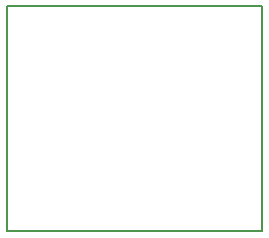
<source format=gbr>
G04 #@! TF.FileFunction,Profile,NP*
%FSLAX46Y46*%
G04 Gerber Fmt 4.6, Leading zero omitted, Abs format (unit mm)*
G04 Created by KiCad (PCBNEW 4.0.7-e2-6376~61~ubuntu18.04.1) date Sat May 19 10:38:45 2018*
%MOMM*%
%LPD*%
G01*
G04 APERTURE LIST*
%ADD10C,0.100000*%
%ADD11C,0.150000*%
G04 APERTURE END LIST*
D10*
D11*
X0Y0D02*
X0Y19050000D01*
X21590000Y0D02*
X0Y0D01*
X21590000Y19050000D02*
X21590000Y0D01*
X0Y19050000D02*
X21590000Y19050000D01*
M02*

</source>
